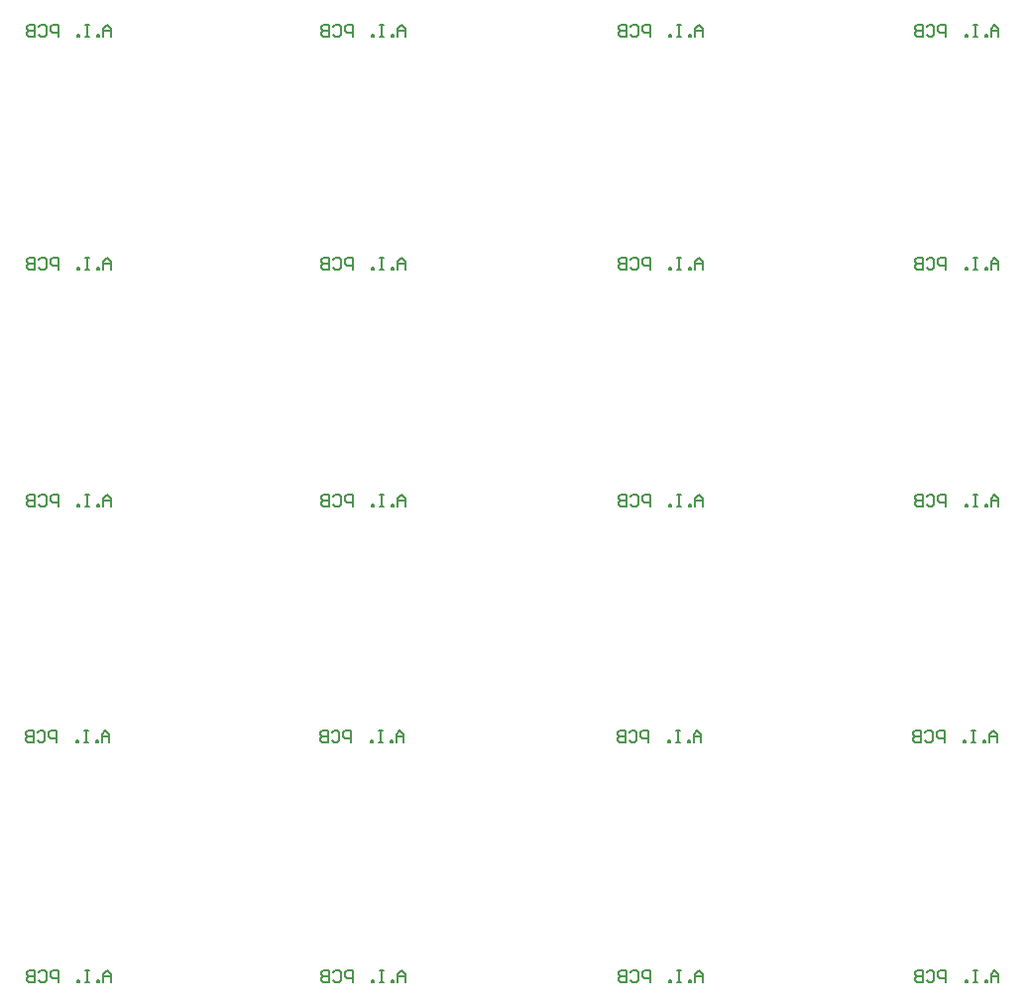
<source format=gbo>
G04 Layer_Color=32896*
%FSLAX25Y25*%
%MOIN*%
G70*
G01*
G75*
%ADD19C,0.00787*%
D19*
X62937Y146937D02*
Y149561D01*
X61625Y150873D01*
X60313Y149561D01*
Y146937D01*
Y148905D01*
X62937D01*
X59001Y146937D02*
Y147593D01*
X58345D01*
Y146937D01*
X59001D01*
X55721Y150873D02*
X54410D01*
X55066D01*
Y146937D01*
X55721D01*
X54410D01*
X52442D02*
Y147593D01*
X51786D01*
Y146937D01*
X52442D01*
X45226D02*
Y150873D01*
X43258D01*
X42602Y150217D01*
Y148905D01*
X43258Y148249D01*
X45226D01*
X38667Y150217D02*
X39323Y150873D01*
X40635D01*
X41290Y150217D01*
Y147593D01*
X40635Y146937D01*
X39323D01*
X38667Y147593D01*
X37355Y150873D02*
Y146937D01*
X35387D01*
X34731Y147593D01*
Y148249D01*
X35387Y148905D01*
X37355D01*
X35387D01*
X34731Y149561D01*
Y150217D01*
X35387Y150873D01*
X37355D01*
X361437Y146937D02*
Y149561D01*
X360125Y150873D01*
X358813Y149561D01*
Y146937D01*
Y148905D01*
X361437D01*
X357501Y146937D02*
Y147593D01*
X356845D01*
Y146937D01*
X357501D01*
X354222Y150873D02*
X352910D01*
X353566D01*
Y146937D01*
X354222D01*
X352910D01*
X350942D02*
Y147593D01*
X350286D01*
Y146937D01*
X350942D01*
X343726D02*
Y150873D01*
X341758D01*
X341102Y150217D01*
Y148905D01*
X341758Y148249D01*
X343726D01*
X337167Y150217D02*
X337823Y150873D01*
X339135D01*
X339791Y150217D01*
Y147593D01*
X339135Y146937D01*
X337823D01*
X337167Y147593D01*
X335855Y150873D02*
Y146937D01*
X333887D01*
X333231Y147593D01*
Y148249D01*
X333887Y148905D01*
X335855D01*
X333887D01*
X333231Y149561D01*
Y150217D01*
X333887Y150873D01*
X335855D01*
X261937Y146937D02*
Y149561D01*
X260625Y150873D01*
X259313Y149561D01*
Y146937D01*
Y148905D01*
X261937D01*
X258001Y146937D02*
Y147593D01*
X257345D01*
Y146937D01*
X258001D01*
X254721Y150873D02*
X253410D01*
X254065D01*
Y146937D01*
X254721D01*
X253410D01*
X251442D02*
Y147593D01*
X250786D01*
Y146937D01*
X251442D01*
X244226D02*
Y150873D01*
X242258D01*
X241602Y150217D01*
Y148905D01*
X242258Y148249D01*
X244226D01*
X237667Y150217D02*
X238323Y150873D01*
X239634D01*
X240290Y150217D01*
Y147593D01*
X239634Y146937D01*
X238323D01*
X237667Y147593D01*
X236355Y150873D02*
Y146937D01*
X234387D01*
X233731Y147593D01*
Y148249D01*
X234387Y148905D01*
X236355D01*
X234387D01*
X233731Y149561D01*
Y150217D01*
X234387Y150873D01*
X236355D01*
X161937Y146937D02*
Y149561D01*
X160625Y150873D01*
X159313Y149561D01*
Y146937D01*
Y148905D01*
X161937D01*
X158001Y146937D02*
Y147593D01*
X157345D01*
Y146937D01*
X158001D01*
X154721Y150873D02*
X153410D01*
X154066D01*
Y146937D01*
X154721D01*
X153410D01*
X151442D02*
Y147593D01*
X150786D01*
Y146937D01*
X151442D01*
X144226D02*
Y150873D01*
X142258D01*
X141602Y150217D01*
Y148905D01*
X142258Y148249D01*
X144226D01*
X137667Y150217D02*
X138323Y150873D01*
X139635D01*
X140290Y150217D01*
Y147593D01*
X139635Y146937D01*
X138323D01*
X137667Y147593D01*
X136355Y150873D02*
Y146937D01*
X134387D01*
X133731Y147593D01*
Y148249D01*
X134387Y148905D01*
X136355D01*
X134387D01*
X133731Y149561D01*
Y150217D01*
X134387Y150873D01*
X136355D01*
X63437Y226437D02*
Y229061D01*
X62125Y230373D01*
X60813Y229061D01*
Y226437D01*
Y228405D01*
X63437D01*
X59501Y226437D02*
Y227093D01*
X58845D01*
Y226437D01*
X59501D01*
X56221Y230373D02*
X54910D01*
X55566D01*
Y226437D01*
X56221D01*
X54910D01*
X52942D02*
Y227093D01*
X52286D01*
Y226437D01*
X52942D01*
X45726D02*
Y230373D01*
X43758D01*
X43102Y229717D01*
Y228405D01*
X43758Y227749D01*
X45726D01*
X39167Y229717D02*
X39823Y230373D01*
X41135D01*
X41790Y229717D01*
Y227093D01*
X41135Y226437D01*
X39823D01*
X39167Y227093D01*
X37855Y230373D02*
Y226437D01*
X35887D01*
X35231Y227093D01*
Y227749D01*
X35887Y228405D01*
X37855D01*
X35887D01*
X35231Y229061D01*
Y229717D01*
X35887Y230373D01*
X37855D01*
X361937Y226437D02*
Y229061D01*
X360625Y230373D01*
X359313Y229061D01*
Y226437D01*
Y228405D01*
X361937D01*
X358001Y226437D02*
Y227093D01*
X357345D01*
Y226437D01*
X358001D01*
X354721Y230373D02*
X353410D01*
X354065D01*
Y226437D01*
X354721D01*
X353410D01*
X351442D02*
Y227093D01*
X350786D01*
Y226437D01*
X351442D01*
X344226D02*
Y230373D01*
X342258D01*
X341602Y229717D01*
Y228405D01*
X342258Y227749D01*
X344226D01*
X337667Y229717D02*
X338323Y230373D01*
X339634D01*
X340290Y229717D01*
Y227093D01*
X339634Y226437D01*
X338323D01*
X337667Y227093D01*
X336355Y230373D02*
Y226437D01*
X334387D01*
X333731Y227093D01*
Y227749D01*
X334387Y228405D01*
X336355D01*
X334387D01*
X333731Y229061D01*
Y229717D01*
X334387Y230373D01*
X336355D01*
X262437Y226437D02*
Y229061D01*
X261125Y230373D01*
X259813Y229061D01*
Y226437D01*
Y228405D01*
X262437D01*
X258501Y226437D02*
Y227093D01*
X257845D01*
Y226437D01*
X258501D01*
X255222Y230373D02*
X253910D01*
X254566D01*
Y226437D01*
X255222D01*
X253910D01*
X251942D02*
Y227093D01*
X251286D01*
Y226437D01*
X251942D01*
X244726D02*
Y230373D01*
X242758D01*
X242102Y229717D01*
Y228405D01*
X242758Y227749D01*
X244726D01*
X238167Y229717D02*
X238823Y230373D01*
X240135D01*
X240791Y229717D01*
Y227093D01*
X240135Y226437D01*
X238823D01*
X238167Y227093D01*
X236855Y230373D02*
Y226437D01*
X234887D01*
X234231Y227093D01*
Y227749D01*
X234887Y228405D01*
X236855D01*
X234887D01*
X234231Y229061D01*
Y229717D01*
X234887Y230373D01*
X236855D01*
X162437Y226437D02*
Y229061D01*
X161125Y230373D01*
X159813Y229061D01*
Y226437D01*
Y228405D01*
X162437D01*
X158501Y226437D02*
Y227093D01*
X157845D01*
Y226437D01*
X158501D01*
X155221Y230373D02*
X153910D01*
X154566D01*
Y226437D01*
X155221D01*
X153910D01*
X151942D02*
Y227093D01*
X151286D01*
Y226437D01*
X151942D01*
X144726D02*
Y230373D01*
X142758D01*
X142102Y229717D01*
Y228405D01*
X142758Y227749D01*
X144726D01*
X138167Y229717D02*
X138823Y230373D01*
X140135D01*
X140790Y229717D01*
Y227093D01*
X140135Y226437D01*
X138823D01*
X138167Y227093D01*
X136855Y230373D02*
Y226437D01*
X134887D01*
X134231Y227093D01*
Y227749D01*
X134887Y228405D01*
X136855D01*
X134887D01*
X134231Y229061D01*
Y229717D01*
X134887Y230373D01*
X136855D01*
X63437Y305937D02*
Y308561D01*
X62125Y309873D01*
X60813Y308561D01*
Y305937D01*
Y307905D01*
X63437D01*
X59501Y305937D02*
Y306593D01*
X58845D01*
Y305937D01*
X59501D01*
X56221Y309873D02*
X54910D01*
X55566D01*
Y305937D01*
X56221D01*
X54910D01*
X52942D02*
Y306593D01*
X52286D01*
Y305937D01*
X52942D01*
X45726D02*
Y309873D01*
X43758D01*
X43102Y309217D01*
Y307905D01*
X43758Y307249D01*
X45726D01*
X39167Y309217D02*
X39823Y309873D01*
X41135D01*
X41790Y309217D01*
Y306593D01*
X41135Y305937D01*
X39823D01*
X39167Y306593D01*
X37855Y309873D02*
Y305937D01*
X35887D01*
X35231Y306593D01*
Y307249D01*
X35887Y307905D01*
X37855D01*
X35887D01*
X35231Y308561D01*
Y309217D01*
X35887Y309873D01*
X37855D01*
X361937Y305937D02*
Y308561D01*
X360625Y309873D01*
X359313Y308561D01*
Y305937D01*
Y307905D01*
X361937D01*
X358001Y305937D02*
Y306593D01*
X357345D01*
Y305937D01*
X358001D01*
X354721Y309873D02*
X353410D01*
X354065D01*
Y305937D01*
X354721D01*
X353410D01*
X351442D02*
Y306593D01*
X350786D01*
Y305937D01*
X351442D01*
X344226D02*
Y309873D01*
X342258D01*
X341602Y309217D01*
Y307905D01*
X342258Y307249D01*
X344226D01*
X337667Y309217D02*
X338323Y309873D01*
X339634D01*
X340290Y309217D01*
Y306593D01*
X339634Y305937D01*
X338323D01*
X337667Y306593D01*
X336355Y309873D02*
Y305937D01*
X334387D01*
X333731Y306593D01*
Y307249D01*
X334387Y307905D01*
X336355D01*
X334387D01*
X333731Y308561D01*
Y309217D01*
X334387Y309873D01*
X336355D01*
X262437Y305937D02*
Y308561D01*
X261125Y309873D01*
X259813Y308561D01*
Y305937D01*
Y307905D01*
X262437D01*
X258501Y305937D02*
Y306593D01*
X257845D01*
Y305937D01*
X258501D01*
X255222Y309873D02*
X253910D01*
X254566D01*
Y305937D01*
X255222D01*
X253910D01*
X251942D02*
Y306593D01*
X251286D01*
Y305937D01*
X251942D01*
X244726D02*
Y309873D01*
X242758D01*
X242102Y309217D01*
Y307905D01*
X242758Y307249D01*
X244726D01*
X238167Y309217D02*
X238823Y309873D01*
X240135D01*
X240791Y309217D01*
Y306593D01*
X240135Y305937D01*
X238823D01*
X238167Y306593D01*
X236855Y309873D02*
Y305937D01*
X234887D01*
X234231Y306593D01*
Y307249D01*
X234887Y307905D01*
X236855D01*
X234887D01*
X234231Y308561D01*
Y309217D01*
X234887Y309873D01*
X236855D01*
X162437Y305937D02*
Y308561D01*
X161125Y309873D01*
X159813Y308561D01*
Y305937D01*
Y307905D01*
X162437D01*
X158501Y305937D02*
Y306593D01*
X157845D01*
Y305937D01*
X158501D01*
X155221Y309873D02*
X153910D01*
X154566D01*
Y305937D01*
X155221D01*
X153910D01*
X151942D02*
Y306593D01*
X151286D01*
Y305937D01*
X151942D01*
X144726D02*
Y309873D01*
X142758D01*
X142102Y309217D01*
Y307905D01*
X142758Y307249D01*
X144726D01*
X138167Y309217D02*
X138823Y309873D01*
X140135D01*
X140790Y309217D01*
Y306593D01*
X140135Y305937D01*
X138823D01*
X138167Y306593D01*
X136855Y309873D02*
Y305937D01*
X134887D01*
X134231Y306593D01*
Y307249D01*
X134887Y307905D01*
X136855D01*
X134887D01*
X134231Y308561D01*
Y309217D01*
X134887Y309873D01*
X136855D01*
X63437Y384437D02*
Y387061D01*
X62125Y388373D01*
X60813Y387061D01*
Y384437D01*
Y386405D01*
X63437D01*
X59501Y384437D02*
Y385093D01*
X58845D01*
Y384437D01*
X59501D01*
X56221Y388373D02*
X54910D01*
X55566D01*
Y384437D01*
X56221D01*
X54910D01*
X52942D02*
Y385093D01*
X52286D01*
Y384437D01*
X52942D01*
X45726D02*
Y388373D01*
X43758D01*
X43102Y387717D01*
Y386405D01*
X43758Y385749D01*
X45726D01*
X39167Y387717D02*
X39823Y388373D01*
X41135D01*
X41790Y387717D01*
Y385093D01*
X41135Y384437D01*
X39823D01*
X39167Y385093D01*
X37855Y388373D02*
Y384437D01*
X35887D01*
X35231Y385093D01*
Y385749D01*
X35887Y386405D01*
X37855D01*
X35887D01*
X35231Y387061D01*
Y387717D01*
X35887Y388373D01*
X37855D01*
X361937Y384437D02*
Y387061D01*
X360625Y388373D01*
X359313Y387061D01*
Y384437D01*
Y386405D01*
X361937D01*
X358001Y384437D02*
Y385093D01*
X357345D01*
Y384437D01*
X358001D01*
X354721Y388373D02*
X353410D01*
X354065D01*
Y384437D01*
X354721D01*
X353410D01*
X351442D02*
Y385093D01*
X350786D01*
Y384437D01*
X351442D01*
X344226D02*
Y388373D01*
X342258D01*
X341602Y387717D01*
Y386405D01*
X342258Y385749D01*
X344226D01*
X337667Y387717D02*
X338323Y388373D01*
X339634D01*
X340290Y387717D01*
Y385093D01*
X339634Y384437D01*
X338323D01*
X337667Y385093D01*
X336355Y388373D02*
Y384437D01*
X334387D01*
X333731Y385093D01*
Y385749D01*
X334387Y386405D01*
X336355D01*
X334387D01*
X333731Y387061D01*
Y387717D01*
X334387Y388373D01*
X336355D01*
X262437Y384437D02*
Y387061D01*
X261125Y388373D01*
X259813Y387061D01*
Y384437D01*
Y386405D01*
X262437D01*
X258501Y384437D02*
Y385093D01*
X257845D01*
Y384437D01*
X258501D01*
X255222Y388373D02*
X253910D01*
X254566D01*
Y384437D01*
X255222D01*
X253910D01*
X251942D02*
Y385093D01*
X251286D01*
Y384437D01*
X251942D01*
X244726D02*
Y388373D01*
X242758D01*
X242102Y387717D01*
Y386405D01*
X242758Y385749D01*
X244726D01*
X238167Y387717D02*
X238823Y388373D01*
X240135D01*
X240791Y387717D01*
Y385093D01*
X240135Y384437D01*
X238823D01*
X238167Y385093D01*
X236855Y388373D02*
Y384437D01*
X234887D01*
X234231Y385093D01*
Y385749D01*
X234887Y386405D01*
X236855D01*
X234887D01*
X234231Y387061D01*
Y387717D01*
X234887Y388373D01*
X236855D01*
X162437Y384437D02*
Y387061D01*
X161125Y388373D01*
X159813Y387061D01*
Y384437D01*
Y386405D01*
X162437D01*
X158501Y384437D02*
Y385093D01*
X157845D01*
Y384437D01*
X158501D01*
X155221Y388373D02*
X153910D01*
X154566D01*
Y384437D01*
X155221D01*
X153910D01*
X151942D02*
Y385093D01*
X151286D01*
Y384437D01*
X151942D01*
X144726D02*
Y388373D01*
X142758D01*
X142102Y387717D01*
Y386405D01*
X142758Y385749D01*
X144726D01*
X138167Y387717D02*
X138823Y388373D01*
X140135D01*
X140790Y387717D01*
Y385093D01*
X140135Y384437D01*
X138823D01*
X138167Y385093D01*
X136855Y388373D02*
Y384437D01*
X134887D01*
X134231Y385093D01*
Y385749D01*
X134887Y386405D01*
X136855D01*
X134887D01*
X134231Y387061D01*
Y387717D01*
X134887Y388373D01*
X136855D01*
X162437Y66437D02*
Y69061D01*
X161125Y70373D01*
X159813Y69061D01*
Y66437D01*
Y68405D01*
X162437D01*
X158501Y66437D02*
Y67093D01*
X157845D01*
Y66437D01*
X158501D01*
X155221Y70373D02*
X153910D01*
X154566D01*
Y66437D01*
X155221D01*
X153910D01*
X151942D02*
Y67093D01*
X151286D01*
Y66437D01*
X151942D01*
X144726D02*
Y70373D01*
X142758D01*
X142102Y69717D01*
Y68405D01*
X142758Y67749D01*
X144726D01*
X138167Y69717D02*
X138823Y70373D01*
X140135D01*
X140790Y69717D01*
Y67093D01*
X140135Y66437D01*
X138823D01*
X138167Y67093D01*
X136855Y70373D02*
Y66437D01*
X134887D01*
X134231Y67093D01*
Y67749D01*
X134887Y68405D01*
X136855D01*
X134887D01*
X134231Y69061D01*
Y69717D01*
X134887Y70373D01*
X136855D01*
X262437Y66437D02*
Y69061D01*
X261125Y70373D01*
X259813Y69061D01*
Y66437D01*
Y68405D01*
X262437D01*
X258501Y66437D02*
Y67093D01*
X257845D01*
Y66437D01*
X258501D01*
X255222Y70373D02*
X253910D01*
X254566D01*
Y66437D01*
X255222D01*
X253910D01*
X251942D02*
Y67093D01*
X251286D01*
Y66437D01*
X251942D01*
X244726D02*
Y70373D01*
X242758D01*
X242102Y69717D01*
Y68405D01*
X242758Y67749D01*
X244726D01*
X238167Y69717D02*
X238823Y70373D01*
X240135D01*
X240791Y69717D01*
Y67093D01*
X240135Y66437D01*
X238823D01*
X238167Y67093D01*
X236855Y70373D02*
Y66437D01*
X234887D01*
X234231Y67093D01*
Y67749D01*
X234887Y68405D01*
X236855D01*
X234887D01*
X234231Y69061D01*
Y69717D01*
X234887Y70373D01*
X236855D01*
X361937Y66437D02*
Y69061D01*
X360625Y70373D01*
X359313Y69061D01*
Y66437D01*
Y68405D01*
X361937D01*
X358001Y66437D02*
Y67093D01*
X357345D01*
Y66437D01*
X358001D01*
X354721Y70373D02*
X353410D01*
X354065D01*
Y66437D01*
X354721D01*
X353410D01*
X351442D02*
Y67093D01*
X350786D01*
Y66437D01*
X351442D01*
X344226D02*
Y70373D01*
X342258D01*
X341602Y69717D01*
Y68405D01*
X342258Y67749D01*
X344226D01*
X337667Y69717D02*
X338323Y70373D01*
X339634D01*
X340290Y69717D01*
Y67093D01*
X339634Y66437D01*
X338323D01*
X337667Y67093D01*
X336355Y70373D02*
Y66437D01*
X334387D01*
X333731Y67093D01*
Y67749D01*
X334387Y68405D01*
X336355D01*
X334387D01*
X333731Y69061D01*
Y69717D01*
X334387Y70373D01*
X336355D01*
X63437Y66437D02*
Y69061D01*
X62125Y70373D01*
X60813Y69061D01*
Y66437D01*
Y68405D01*
X63437D01*
X59501Y66437D02*
Y67093D01*
X58845D01*
Y66437D01*
X59501D01*
X56221Y70373D02*
X54910D01*
X55566D01*
Y66437D01*
X56221D01*
X54910D01*
X52942D02*
Y67093D01*
X52286D01*
Y66437D01*
X52942D01*
X45726D02*
Y70373D01*
X43758D01*
X43102Y69717D01*
Y68405D01*
X43758Y67749D01*
X45726D01*
X39167Y69717D02*
X39823Y70373D01*
X41135D01*
X41790Y69717D01*
Y67093D01*
X41135Y66437D01*
X39823D01*
X39167Y67093D01*
X37855Y70373D02*
Y66437D01*
X35887D01*
X35231Y67093D01*
Y67749D01*
X35887Y68405D01*
X37855D01*
X35887D01*
X35231Y69061D01*
Y69717D01*
X35887Y70373D01*
X37855D01*
M02*

</source>
